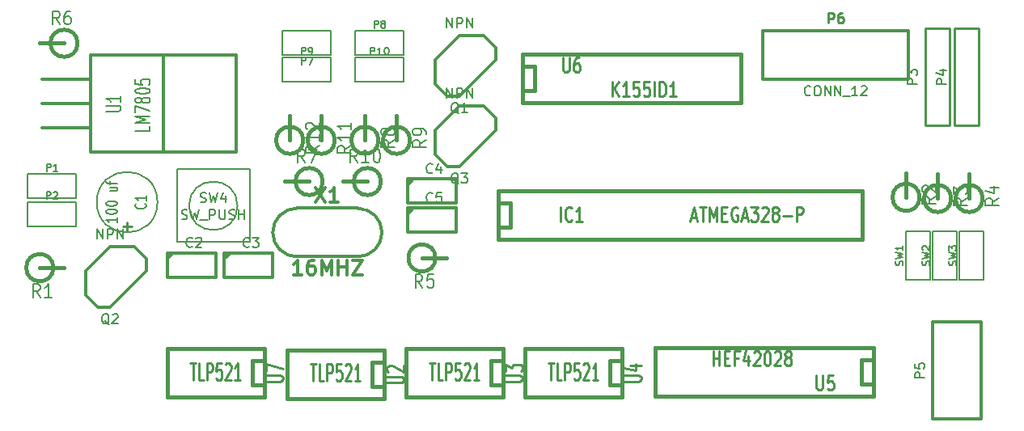
<source format=gto>
G04 (created by PCBNEW (2013-jul-07)-stable) date 2014年08月04日 (週一) 02時43分04秒*
%MOIN*%
G04 Gerber Fmt 3.4, Leading zero omitted, Abs format*
%FSLAX34Y34*%
G01*
G70*
G90*
G04 APERTURE LIST*
%ADD10C,0.00590551*%
%ADD11C,0.005*%
%ADD12C,0.012*%
%ADD13C,0.015*%
%ADD14C,0.006*%
%ADD15C,0.01*%
%ADD16C,0.0125*%
%ADD17C,0.008*%
%ADD18C,0.01125*%
%ADD19C,0.0108*%
G04 APERTURE END LIST*
G54D10*
G54D11*
X44950Y-39650D02*
G75*
G03X44950Y-39650I-1250J0D01*
G74*
G01*
G54D12*
X45370Y-41750D02*
X47350Y-41750D01*
X47350Y-41750D02*
X47350Y-42750D01*
X47350Y-42750D02*
X45350Y-42750D01*
X45350Y-42750D02*
X45350Y-41750D01*
X45350Y-42000D02*
X45600Y-41750D01*
X47720Y-41750D02*
X49700Y-41750D01*
X49700Y-41750D02*
X49700Y-42750D01*
X49700Y-42750D02*
X47700Y-42750D01*
X47700Y-42750D02*
X47700Y-41750D01*
X47700Y-42000D02*
X47950Y-41750D01*
X55270Y-38700D02*
X57250Y-38700D01*
X57250Y-38700D02*
X57250Y-39700D01*
X57250Y-39700D02*
X55250Y-39700D01*
X55250Y-39700D02*
X55250Y-38700D01*
X55250Y-38950D02*
X55500Y-38700D01*
X55270Y-39900D02*
X57250Y-39900D01*
X57250Y-39900D02*
X57250Y-40900D01*
X57250Y-40900D02*
X55250Y-40900D01*
X55250Y-40900D02*
X55250Y-39900D01*
X55250Y-40150D02*
X55500Y-39900D01*
G54D13*
X59000Y-39200D02*
X74000Y-39200D01*
X74000Y-39200D02*
X74000Y-41200D01*
X74000Y-41200D02*
X59000Y-41200D01*
X59000Y-41200D02*
X59000Y-39200D01*
X59000Y-39700D02*
X59500Y-39700D01*
X59500Y-39700D02*
X59500Y-40700D01*
X59500Y-40700D02*
X59000Y-40700D01*
G54D14*
X39600Y-39500D02*
X39600Y-38500D01*
X39600Y-38500D02*
X41600Y-38500D01*
X41600Y-38500D02*
X41600Y-39500D01*
X41600Y-39500D02*
X39600Y-39500D01*
X39600Y-40650D02*
X39600Y-39650D01*
X39600Y-39650D02*
X41600Y-39650D01*
X41600Y-39650D02*
X41600Y-40650D01*
X41600Y-40650D02*
X39600Y-40650D01*
G54D15*
X77600Y-32500D02*
X77600Y-36500D01*
X76600Y-32500D02*
X76600Y-36500D01*
X76600Y-36500D02*
X77600Y-36500D01*
X77600Y-32500D02*
X76600Y-32500D01*
X78800Y-32500D02*
X78800Y-36500D01*
X77800Y-32500D02*
X77800Y-36500D01*
X77800Y-36500D02*
X78800Y-36500D01*
X78800Y-32500D02*
X77800Y-32500D01*
G54D12*
X76900Y-48600D02*
X76900Y-44600D01*
X76900Y-44600D02*
X78900Y-44600D01*
X78900Y-44600D02*
X78900Y-48600D01*
X78900Y-48600D02*
X76900Y-48600D01*
X69900Y-32600D02*
X75900Y-32600D01*
X75900Y-32600D02*
X75900Y-34600D01*
X75900Y-34600D02*
X69900Y-34600D01*
X69900Y-34600D02*
X69900Y-32600D01*
G54D14*
X52100Y-32600D02*
X52100Y-33600D01*
X52100Y-33600D02*
X50100Y-33600D01*
X50100Y-33600D02*
X50100Y-32600D01*
X50100Y-32600D02*
X52100Y-32600D01*
X53100Y-33600D02*
X53100Y-32600D01*
X53100Y-32600D02*
X55100Y-32600D01*
X55100Y-32600D02*
X55100Y-33600D01*
X55100Y-33600D02*
X53100Y-33600D01*
G54D13*
X40100Y-42350D02*
X41100Y-42350D01*
X40659Y-42350D02*
G75*
G03X40659Y-42350I-559J0D01*
G74*
G01*
X75800Y-39450D02*
X75800Y-38450D01*
X76359Y-39450D02*
G75*
G03X76359Y-39450I-559J0D01*
G74*
G01*
X77100Y-39500D02*
X77100Y-38500D01*
X77659Y-39500D02*
G75*
G03X77659Y-39500I-559J0D01*
G74*
G01*
X78400Y-39500D02*
X78400Y-38500D01*
X78959Y-39500D02*
G75*
G03X78959Y-39500I-559J0D01*
G74*
G01*
X55850Y-41950D02*
X56850Y-41950D01*
X56409Y-41950D02*
G75*
G03X56409Y-41950I-559J0D01*
G74*
G01*
X41100Y-33100D02*
X40100Y-33100D01*
X41659Y-33100D02*
G75*
G03X41659Y-33100I-559J0D01*
G74*
G01*
X51200Y-38800D02*
X50200Y-38800D01*
X51759Y-38800D02*
G75*
G03X51759Y-38800I-559J0D01*
G74*
G01*
X53500Y-37100D02*
X53500Y-36100D01*
X54059Y-37100D02*
G75*
G03X54059Y-37100I-559J0D01*
G74*
G01*
X54800Y-37100D02*
X54800Y-36100D01*
X55359Y-37100D02*
G75*
G03X55359Y-37100I-559J0D01*
G74*
G01*
X53600Y-38800D02*
X52600Y-38800D01*
X54159Y-38800D02*
G75*
G03X54159Y-38800I-559J0D01*
G74*
G01*
G54D14*
X76800Y-42850D02*
X75800Y-42850D01*
X75800Y-42850D02*
X75800Y-40850D01*
X75800Y-40850D02*
X76800Y-40850D01*
X76800Y-40850D02*
X76800Y-42850D01*
X77900Y-42850D02*
X76900Y-42850D01*
X76900Y-42850D02*
X76900Y-40850D01*
X76900Y-40850D02*
X77900Y-40850D01*
X77900Y-40850D02*
X77900Y-42850D01*
X79000Y-42850D02*
X78000Y-42850D01*
X78000Y-42850D02*
X78000Y-40850D01*
X78000Y-40850D02*
X79000Y-40850D01*
X79000Y-40850D02*
X79000Y-42850D01*
G54D11*
X48250Y-39800D02*
G75*
G03X48250Y-39800I-1000J0D01*
G74*
G01*
X45750Y-38300D02*
X48750Y-38300D01*
X48750Y-38300D02*
X48750Y-41300D01*
X48750Y-41300D02*
X45750Y-41300D01*
X45750Y-38300D02*
X45750Y-41300D01*
G54D12*
X40200Y-34600D02*
X42200Y-34600D01*
X40200Y-35600D02*
X42200Y-35600D01*
X40200Y-36600D02*
X42200Y-36600D01*
X42200Y-34100D02*
X42200Y-37600D01*
X42200Y-37600D02*
X48200Y-37600D01*
X48200Y-37600D02*
X48200Y-33600D01*
X42200Y-34100D02*
X42200Y-33600D01*
X45200Y-37100D02*
X45200Y-33600D01*
X45200Y-37100D02*
X45200Y-37600D01*
X42200Y-33600D02*
X48200Y-33600D01*
G54D13*
X54300Y-47250D02*
X53800Y-47250D01*
X53800Y-47250D02*
X53800Y-46250D01*
X53800Y-46250D02*
X54300Y-46250D01*
X54300Y-47750D02*
X50300Y-47750D01*
X50300Y-47750D02*
X50300Y-45750D01*
X50300Y-45750D02*
X54300Y-45750D01*
X54300Y-45750D02*
X54300Y-47750D01*
X59200Y-47200D02*
X58700Y-47200D01*
X58700Y-47200D02*
X58700Y-46200D01*
X58700Y-46200D02*
X59200Y-46200D01*
X59200Y-47700D02*
X55200Y-47700D01*
X55200Y-47700D02*
X55200Y-45700D01*
X55200Y-45700D02*
X59200Y-45700D01*
X59200Y-45700D02*
X59200Y-47700D01*
X64100Y-47200D02*
X63600Y-47200D01*
X63600Y-47200D02*
X63600Y-46200D01*
X63600Y-46200D02*
X64100Y-46200D01*
X64100Y-47700D02*
X60100Y-47700D01*
X60100Y-47700D02*
X60100Y-45700D01*
X60100Y-45700D02*
X64100Y-45700D01*
X64100Y-45700D02*
X64100Y-47700D01*
X74450Y-47150D02*
X74450Y-47150D01*
X74450Y-47150D02*
X73950Y-47150D01*
X73950Y-47150D02*
X73950Y-46150D01*
X73950Y-46150D02*
X74450Y-46150D01*
X74450Y-47650D02*
X65450Y-47650D01*
X65450Y-47650D02*
X65450Y-45650D01*
X65450Y-45650D02*
X74450Y-45650D01*
X74450Y-45650D02*
X74450Y-47650D01*
X49350Y-47200D02*
X48850Y-47200D01*
X48850Y-47200D02*
X48850Y-46200D01*
X48850Y-46200D02*
X49350Y-46200D01*
X49350Y-47700D02*
X45350Y-47700D01*
X45350Y-47700D02*
X45350Y-45700D01*
X45350Y-45700D02*
X49350Y-45700D01*
X49350Y-45700D02*
X49350Y-47700D01*
G54D16*
X50700Y-41900D02*
X53200Y-41900D01*
X50700Y-39900D02*
X53200Y-39900D01*
X54200Y-40900D02*
G75*
G03X53200Y-39900I-1000J0D01*
G74*
G01*
X53200Y-41900D02*
G75*
G03X54200Y-40900I0J1000D01*
G74*
G01*
X50700Y-39900D02*
G75*
G03X49700Y-40900I0J-1000D01*
G74*
G01*
X49700Y-40900D02*
G75*
G03X50700Y-41900I1000J0D01*
G74*
G01*
G54D12*
X57400Y-35300D02*
X58900Y-33800D01*
X58900Y-33800D02*
X58900Y-33300D01*
X58900Y-33300D02*
X58400Y-32800D01*
X58400Y-32800D02*
X57400Y-32800D01*
X57400Y-32800D02*
X56400Y-33800D01*
X56400Y-33800D02*
X56400Y-34800D01*
X56400Y-34800D02*
X56900Y-35300D01*
X56900Y-35300D02*
X57400Y-35300D01*
X43000Y-44000D02*
X44500Y-42500D01*
X44500Y-42500D02*
X44500Y-42000D01*
X44500Y-42000D02*
X44000Y-41500D01*
X44000Y-41500D02*
X43000Y-41500D01*
X43000Y-41500D02*
X42000Y-42500D01*
X42000Y-42500D02*
X42000Y-43500D01*
X42000Y-43500D02*
X42500Y-44000D01*
X42500Y-44000D02*
X43000Y-44000D01*
X57400Y-38200D02*
X58900Y-36700D01*
X58900Y-36700D02*
X58900Y-36200D01*
X58900Y-36200D02*
X58400Y-35700D01*
X58400Y-35700D02*
X57400Y-35700D01*
X57400Y-35700D02*
X56400Y-36700D01*
X56400Y-36700D02*
X56400Y-37700D01*
X56400Y-37700D02*
X56900Y-38200D01*
X56900Y-38200D02*
X57400Y-38200D01*
G54D13*
X51700Y-37100D02*
X51700Y-36100D01*
X52259Y-37100D02*
G75*
G03X52259Y-37100I-559J0D01*
G74*
G01*
X50400Y-37100D02*
X50400Y-36100D01*
X50959Y-37100D02*
G75*
G03X50959Y-37100I-559J0D01*
G74*
G01*
X60000Y-34050D02*
X60000Y-34050D01*
X60000Y-34050D02*
X60500Y-34050D01*
X60500Y-34050D02*
X60500Y-35050D01*
X60500Y-35050D02*
X60000Y-35050D01*
X60000Y-33550D02*
X69000Y-33550D01*
X69000Y-33550D02*
X69000Y-35550D01*
X69000Y-35550D02*
X60000Y-35550D01*
X60000Y-35550D02*
X60000Y-33550D01*
G54D14*
X50100Y-34700D02*
X50100Y-33700D01*
X50100Y-33700D02*
X52100Y-33700D01*
X52100Y-33700D02*
X52100Y-34700D01*
X52100Y-34700D02*
X50100Y-34700D01*
X53100Y-34700D02*
X53100Y-33700D01*
X53100Y-33700D02*
X55100Y-33700D01*
X55100Y-33700D02*
X55100Y-34700D01*
X55100Y-34700D02*
X53100Y-34700D01*
G54D17*
X44439Y-39708D02*
X44460Y-39725D01*
X44482Y-39775D01*
X44482Y-39808D01*
X44460Y-39858D01*
X44417Y-39891D01*
X44375Y-39908D01*
X44289Y-39925D01*
X44225Y-39925D01*
X44139Y-39908D01*
X44096Y-39891D01*
X44053Y-39858D01*
X44032Y-39808D01*
X44032Y-39775D01*
X44053Y-39725D01*
X44075Y-39708D01*
X44482Y-39375D02*
X44482Y-39575D01*
X44482Y-39475D02*
X44032Y-39475D01*
X44096Y-39508D01*
X44139Y-39541D01*
X44160Y-39575D01*
X43282Y-40275D02*
X43282Y-40475D01*
X43282Y-40375D02*
X42832Y-40375D01*
X42896Y-40408D01*
X42939Y-40441D01*
X42960Y-40475D01*
X42832Y-40058D02*
X42832Y-40024D01*
X42853Y-39991D01*
X42875Y-39974D01*
X42917Y-39958D01*
X43003Y-39941D01*
X43110Y-39941D01*
X43196Y-39958D01*
X43239Y-39974D01*
X43260Y-39991D01*
X43282Y-40024D01*
X43282Y-40058D01*
X43260Y-40091D01*
X43239Y-40108D01*
X43196Y-40124D01*
X43110Y-40141D01*
X43003Y-40141D01*
X42917Y-40124D01*
X42875Y-40108D01*
X42853Y-40091D01*
X42832Y-40058D01*
X42832Y-39724D02*
X42832Y-39691D01*
X42853Y-39658D01*
X42875Y-39641D01*
X42917Y-39624D01*
X43003Y-39608D01*
X43110Y-39608D01*
X43196Y-39624D01*
X43239Y-39641D01*
X43260Y-39658D01*
X43282Y-39691D01*
X43282Y-39724D01*
X43260Y-39758D01*
X43239Y-39774D01*
X43196Y-39791D01*
X43110Y-39808D01*
X43003Y-39808D01*
X42917Y-39791D01*
X42875Y-39774D01*
X42853Y-39758D01*
X42832Y-39724D01*
X42982Y-39041D02*
X43282Y-39041D01*
X42982Y-39191D02*
X43217Y-39191D01*
X43260Y-39174D01*
X43282Y-39141D01*
X43282Y-39091D01*
X43260Y-39058D01*
X43239Y-39041D01*
X42982Y-38924D02*
X42982Y-38791D01*
X43282Y-38874D02*
X42896Y-38874D01*
X42853Y-38858D01*
X42832Y-38824D01*
X42832Y-38791D01*
G54D18*
X43710Y-40821D02*
X43710Y-40478D01*
X43882Y-40650D02*
X43539Y-40650D01*
G54D12*
G54D17*
X46383Y-41473D02*
X46364Y-41492D01*
X46307Y-41511D01*
X46269Y-41511D01*
X46211Y-41492D01*
X46173Y-41454D01*
X46154Y-41416D01*
X46135Y-41340D01*
X46135Y-41283D01*
X46154Y-41207D01*
X46173Y-41169D01*
X46211Y-41130D01*
X46269Y-41111D01*
X46307Y-41111D01*
X46364Y-41130D01*
X46383Y-41150D01*
X46535Y-41150D02*
X46554Y-41130D01*
X46592Y-41111D01*
X46688Y-41111D01*
X46726Y-41130D01*
X46745Y-41150D01*
X46764Y-41188D01*
X46764Y-41226D01*
X46745Y-41283D01*
X46516Y-41511D01*
X46764Y-41511D01*
X48733Y-41473D02*
X48714Y-41492D01*
X48657Y-41511D01*
X48619Y-41511D01*
X48561Y-41492D01*
X48523Y-41454D01*
X48504Y-41416D01*
X48485Y-41340D01*
X48485Y-41283D01*
X48504Y-41207D01*
X48523Y-41169D01*
X48561Y-41130D01*
X48619Y-41111D01*
X48657Y-41111D01*
X48714Y-41130D01*
X48733Y-41150D01*
X48866Y-41111D02*
X49114Y-41111D01*
X48980Y-41264D01*
X49038Y-41264D01*
X49076Y-41283D01*
X49095Y-41302D01*
X49114Y-41340D01*
X49114Y-41435D01*
X49095Y-41473D01*
X49076Y-41492D01*
X49038Y-41511D01*
X48923Y-41511D01*
X48885Y-41492D01*
X48866Y-41473D01*
X56283Y-38423D02*
X56264Y-38442D01*
X56207Y-38461D01*
X56169Y-38461D01*
X56111Y-38442D01*
X56073Y-38404D01*
X56054Y-38366D01*
X56035Y-38290D01*
X56035Y-38233D01*
X56054Y-38157D01*
X56073Y-38119D01*
X56111Y-38080D01*
X56169Y-38061D01*
X56207Y-38061D01*
X56264Y-38080D01*
X56283Y-38100D01*
X56626Y-38195D02*
X56626Y-38461D01*
X56530Y-38042D02*
X56435Y-38328D01*
X56683Y-38328D01*
X56283Y-39623D02*
X56264Y-39642D01*
X56207Y-39661D01*
X56169Y-39661D01*
X56111Y-39642D01*
X56073Y-39604D01*
X56054Y-39566D01*
X56035Y-39490D01*
X56035Y-39433D01*
X56054Y-39357D01*
X56073Y-39319D01*
X56111Y-39280D01*
X56169Y-39261D01*
X56207Y-39261D01*
X56264Y-39280D01*
X56283Y-39300D01*
X56645Y-39261D02*
X56454Y-39261D01*
X56435Y-39452D01*
X56454Y-39433D01*
X56492Y-39414D01*
X56588Y-39414D01*
X56626Y-39433D01*
X56645Y-39452D01*
X56664Y-39490D01*
X56664Y-39585D01*
X56645Y-39623D01*
X56626Y-39642D01*
X56588Y-39661D01*
X56492Y-39661D01*
X56454Y-39642D01*
X56435Y-39623D01*
G54D18*
X61560Y-40442D02*
X61560Y-39842D01*
X62032Y-40385D02*
X62010Y-40414D01*
X61946Y-40442D01*
X61903Y-40442D01*
X61839Y-40414D01*
X61796Y-40357D01*
X61775Y-40300D01*
X61753Y-40185D01*
X61753Y-40100D01*
X61775Y-39985D01*
X61796Y-39928D01*
X61839Y-39871D01*
X61903Y-39842D01*
X61946Y-39842D01*
X62010Y-39871D01*
X62032Y-39900D01*
X62460Y-40442D02*
X62203Y-40442D01*
X62332Y-40442D02*
X62332Y-39842D01*
X62289Y-39928D01*
X62246Y-39985D01*
X62203Y-40014D01*
G54D12*
G54D18*
X66946Y-40271D02*
X67160Y-40271D01*
X66903Y-40442D02*
X67053Y-39842D01*
X67203Y-40442D01*
X67289Y-39842D02*
X67546Y-39842D01*
X67417Y-40442D02*
X67417Y-39842D01*
X67696Y-40442D02*
X67696Y-39842D01*
X67846Y-40271D01*
X67996Y-39842D01*
X67996Y-40442D01*
X68210Y-40128D02*
X68360Y-40128D01*
X68425Y-40442D02*
X68210Y-40442D01*
X68210Y-39842D01*
X68425Y-39842D01*
X68853Y-39871D02*
X68810Y-39842D01*
X68746Y-39842D01*
X68682Y-39871D01*
X68639Y-39928D01*
X68617Y-39985D01*
X68596Y-40100D01*
X68596Y-40185D01*
X68617Y-40300D01*
X68639Y-40357D01*
X68682Y-40414D01*
X68746Y-40442D01*
X68789Y-40442D01*
X68853Y-40414D01*
X68875Y-40385D01*
X68875Y-40185D01*
X68789Y-40185D01*
X69046Y-40271D02*
X69260Y-40271D01*
X69003Y-40442D02*
X69153Y-39842D01*
X69303Y-40442D01*
X69410Y-39842D02*
X69689Y-39842D01*
X69539Y-40071D01*
X69603Y-40071D01*
X69646Y-40100D01*
X69667Y-40128D01*
X69689Y-40185D01*
X69689Y-40328D01*
X69667Y-40385D01*
X69646Y-40414D01*
X69603Y-40442D01*
X69475Y-40442D01*
X69432Y-40414D01*
X69410Y-40385D01*
X69860Y-39900D02*
X69882Y-39871D01*
X69925Y-39842D01*
X70032Y-39842D01*
X70075Y-39871D01*
X70096Y-39900D01*
X70117Y-39957D01*
X70117Y-40014D01*
X70096Y-40100D01*
X69839Y-40442D01*
X70117Y-40442D01*
X70375Y-40100D02*
X70332Y-40071D01*
X70310Y-40042D01*
X70289Y-39985D01*
X70289Y-39957D01*
X70310Y-39900D01*
X70332Y-39871D01*
X70375Y-39842D01*
X70460Y-39842D01*
X70503Y-39871D01*
X70525Y-39900D01*
X70546Y-39957D01*
X70546Y-39985D01*
X70525Y-40042D01*
X70503Y-40071D01*
X70460Y-40100D01*
X70375Y-40100D01*
X70332Y-40128D01*
X70310Y-40157D01*
X70289Y-40214D01*
X70289Y-40328D01*
X70310Y-40385D01*
X70332Y-40414D01*
X70375Y-40442D01*
X70460Y-40442D01*
X70503Y-40414D01*
X70525Y-40385D01*
X70546Y-40328D01*
X70546Y-40214D01*
X70525Y-40157D01*
X70503Y-40128D01*
X70460Y-40100D01*
X70739Y-40214D02*
X71082Y-40214D01*
X71296Y-40442D02*
X71296Y-39842D01*
X71467Y-39842D01*
X71510Y-39871D01*
X71532Y-39900D01*
X71553Y-39957D01*
X71553Y-40042D01*
X71532Y-40100D01*
X71510Y-40128D01*
X71467Y-40157D01*
X71296Y-40157D01*
G54D12*
G54D14*
X40378Y-38371D02*
X40378Y-38071D01*
X40492Y-38071D01*
X40521Y-38085D01*
X40535Y-38100D01*
X40550Y-38128D01*
X40550Y-38171D01*
X40535Y-38200D01*
X40521Y-38214D01*
X40492Y-38228D01*
X40378Y-38228D01*
X40835Y-38371D02*
X40664Y-38371D01*
X40750Y-38371D02*
X40750Y-38071D01*
X40721Y-38114D01*
X40692Y-38142D01*
X40664Y-38157D01*
X40378Y-39521D02*
X40378Y-39221D01*
X40492Y-39221D01*
X40521Y-39235D01*
X40535Y-39250D01*
X40550Y-39278D01*
X40550Y-39321D01*
X40535Y-39350D01*
X40521Y-39364D01*
X40492Y-39378D01*
X40378Y-39378D01*
X40664Y-39250D02*
X40678Y-39235D01*
X40707Y-39221D01*
X40778Y-39221D01*
X40807Y-39235D01*
X40821Y-39250D01*
X40835Y-39278D01*
X40835Y-39307D01*
X40821Y-39350D01*
X40650Y-39521D01*
X40835Y-39521D01*
G54D17*
X76261Y-34795D02*
X75861Y-34795D01*
X75861Y-34642D01*
X75880Y-34604D01*
X75900Y-34585D01*
X75938Y-34566D01*
X75995Y-34566D01*
X76033Y-34585D01*
X76052Y-34604D01*
X76071Y-34642D01*
X76071Y-34795D01*
X75861Y-34433D02*
X75861Y-34185D01*
X76014Y-34319D01*
X76014Y-34261D01*
X76033Y-34223D01*
X76052Y-34204D01*
X76090Y-34185D01*
X76185Y-34185D01*
X76223Y-34204D01*
X76242Y-34223D01*
X76261Y-34261D01*
X76261Y-34376D01*
X76242Y-34414D01*
X76223Y-34433D01*
X77461Y-34795D02*
X77061Y-34795D01*
X77061Y-34642D01*
X77080Y-34604D01*
X77100Y-34585D01*
X77138Y-34566D01*
X77195Y-34566D01*
X77233Y-34585D01*
X77252Y-34604D01*
X77271Y-34642D01*
X77271Y-34795D01*
X77195Y-34223D02*
X77461Y-34223D01*
X77042Y-34319D02*
X77328Y-34414D01*
X77328Y-34166D01*
X76561Y-46895D02*
X76161Y-46895D01*
X76161Y-46742D01*
X76180Y-46704D01*
X76200Y-46685D01*
X76238Y-46666D01*
X76295Y-46666D01*
X76333Y-46685D01*
X76352Y-46704D01*
X76371Y-46742D01*
X76371Y-46895D01*
X76161Y-46304D02*
X76161Y-46495D01*
X76352Y-46514D01*
X76333Y-46495D01*
X76314Y-46457D01*
X76314Y-46361D01*
X76333Y-46323D01*
X76352Y-46304D01*
X76390Y-46285D01*
X76485Y-46285D01*
X76523Y-46304D01*
X76542Y-46323D01*
X76561Y-46361D01*
X76561Y-46457D01*
X76542Y-46495D01*
X76523Y-46514D01*
G54D15*
X72604Y-32261D02*
X72604Y-31861D01*
X72757Y-31861D01*
X72795Y-31880D01*
X72814Y-31900D01*
X72833Y-31938D01*
X72833Y-31995D01*
X72814Y-32033D01*
X72795Y-32052D01*
X72757Y-32071D01*
X72604Y-32071D01*
X73176Y-31861D02*
X73100Y-31861D01*
X73061Y-31880D01*
X73042Y-31900D01*
X73004Y-31957D01*
X72985Y-32033D01*
X72985Y-32185D01*
X73004Y-32223D01*
X73023Y-32242D01*
X73061Y-32261D01*
X73138Y-32261D01*
X73176Y-32242D01*
X73195Y-32223D01*
X73214Y-32185D01*
X73214Y-32090D01*
X73195Y-32052D01*
X73176Y-32033D01*
X73138Y-32014D01*
X73061Y-32014D01*
X73023Y-32033D01*
X73004Y-32052D01*
X72985Y-32090D01*
G54D19*
G54D17*
X71861Y-35223D02*
X71842Y-35242D01*
X71785Y-35261D01*
X71747Y-35261D01*
X71690Y-35242D01*
X71652Y-35204D01*
X71633Y-35166D01*
X71614Y-35090D01*
X71614Y-35033D01*
X71633Y-34957D01*
X71652Y-34919D01*
X71690Y-34880D01*
X71747Y-34861D01*
X71785Y-34861D01*
X71842Y-34880D01*
X71861Y-34900D01*
X72109Y-34861D02*
X72185Y-34861D01*
X72223Y-34880D01*
X72261Y-34919D01*
X72280Y-34995D01*
X72280Y-35128D01*
X72261Y-35204D01*
X72223Y-35242D01*
X72185Y-35261D01*
X72109Y-35261D01*
X72071Y-35242D01*
X72033Y-35204D01*
X72014Y-35128D01*
X72014Y-34995D01*
X72033Y-34919D01*
X72071Y-34880D01*
X72109Y-34861D01*
X72452Y-35261D02*
X72452Y-34861D01*
X72680Y-35261D01*
X72680Y-34861D01*
X72871Y-35261D02*
X72871Y-34861D01*
X73100Y-35261D01*
X73100Y-34861D01*
X73195Y-35300D02*
X73500Y-35300D01*
X73804Y-35261D02*
X73576Y-35261D01*
X73690Y-35261D02*
X73690Y-34861D01*
X73652Y-34919D01*
X73614Y-34957D01*
X73576Y-34976D01*
X73957Y-34900D02*
X73976Y-34880D01*
X74014Y-34861D01*
X74109Y-34861D01*
X74147Y-34880D01*
X74166Y-34900D01*
X74185Y-34938D01*
X74185Y-34976D01*
X74166Y-35033D01*
X73938Y-35261D01*
X74185Y-35261D01*
G54D14*
X50878Y-33971D02*
X50878Y-33671D01*
X50992Y-33671D01*
X51021Y-33685D01*
X51035Y-33700D01*
X51050Y-33728D01*
X51050Y-33771D01*
X51035Y-33800D01*
X51021Y-33814D01*
X50992Y-33828D01*
X50878Y-33828D01*
X51150Y-33671D02*
X51350Y-33671D01*
X51221Y-33971D01*
X53878Y-32471D02*
X53878Y-32171D01*
X53992Y-32171D01*
X54021Y-32185D01*
X54035Y-32200D01*
X54050Y-32228D01*
X54050Y-32271D01*
X54035Y-32300D01*
X54021Y-32314D01*
X53992Y-32328D01*
X53878Y-32328D01*
X54221Y-32300D02*
X54192Y-32285D01*
X54178Y-32271D01*
X54164Y-32242D01*
X54164Y-32228D01*
X54178Y-32200D01*
X54192Y-32185D01*
X54221Y-32171D01*
X54278Y-32171D01*
X54307Y-32185D01*
X54321Y-32200D01*
X54335Y-32228D01*
X54335Y-32242D01*
X54321Y-32271D01*
X54307Y-32285D01*
X54278Y-32300D01*
X54221Y-32300D01*
X54192Y-32314D01*
X54178Y-32328D01*
X54164Y-32357D01*
X54164Y-32414D01*
X54178Y-32442D01*
X54192Y-32457D01*
X54221Y-32471D01*
X54278Y-32471D01*
X54307Y-32457D01*
X54321Y-32442D01*
X54335Y-32414D01*
X54335Y-32357D01*
X54321Y-32328D01*
X54307Y-32314D01*
X54278Y-32300D01*
G54D17*
X40116Y-43572D02*
X39950Y-43310D01*
X39830Y-43572D02*
X39830Y-43022D01*
X40021Y-43022D01*
X40069Y-43048D01*
X40092Y-43075D01*
X40116Y-43127D01*
X40116Y-43205D01*
X40092Y-43258D01*
X40069Y-43284D01*
X40021Y-43310D01*
X39830Y-43310D01*
X40592Y-43572D02*
X40307Y-43572D01*
X40450Y-43572D02*
X40450Y-43022D01*
X40402Y-43101D01*
X40354Y-43153D01*
X40307Y-43179D01*
X77022Y-39433D02*
X76760Y-39600D01*
X77022Y-39719D02*
X76472Y-39719D01*
X76472Y-39528D01*
X76498Y-39480D01*
X76525Y-39457D01*
X76577Y-39433D01*
X76655Y-39433D01*
X76708Y-39457D01*
X76734Y-39480D01*
X76760Y-39528D01*
X76760Y-39719D01*
X76525Y-39242D02*
X76498Y-39219D01*
X76472Y-39171D01*
X76472Y-39052D01*
X76498Y-39004D01*
X76525Y-38980D01*
X76577Y-38957D01*
X76629Y-38957D01*
X76708Y-38980D01*
X77022Y-39266D01*
X77022Y-38957D01*
X78322Y-39483D02*
X78060Y-39650D01*
X78322Y-39769D02*
X77772Y-39769D01*
X77772Y-39578D01*
X77798Y-39530D01*
X77825Y-39507D01*
X77877Y-39483D01*
X77955Y-39483D01*
X78008Y-39507D01*
X78034Y-39530D01*
X78060Y-39578D01*
X78060Y-39769D01*
X77772Y-39316D02*
X77772Y-39007D01*
X77982Y-39173D01*
X77982Y-39102D01*
X78008Y-39054D01*
X78034Y-39030D01*
X78086Y-39007D01*
X78217Y-39007D01*
X78270Y-39030D01*
X78296Y-39054D01*
X78322Y-39102D01*
X78322Y-39245D01*
X78296Y-39292D01*
X78270Y-39316D01*
X79622Y-39483D02*
X79360Y-39650D01*
X79622Y-39769D02*
X79072Y-39769D01*
X79072Y-39578D01*
X79098Y-39530D01*
X79125Y-39507D01*
X79177Y-39483D01*
X79255Y-39483D01*
X79308Y-39507D01*
X79334Y-39530D01*
X79360Y-39578D01*
X79360Y-39769D01*
X79255Y-39054D02*
X79622Y-39054D01*
X79046Y-39173D02*
X79439Y-39292D01*
X79439Y-38983D01*
X55866Y-43172D02*
X55700Y-42910D01*
X55580Y-43172D02*
X55580Y-42622D01*
X55771Y-42622D01*
X55819Y-42648D01*
X55842Y-42675D01*
X55866Y-42727D01*
X55866Y-42805D01*
X55842Y-42858D01*
X55819Y-42884D01*
X55771Y-42910D01*
X55580Y-42910D01*
X56319Y-42622D02*
X56080Y-42622D01*
X56057Y-42884D01*
X56080Y-42858D01*
X56128Y-42832D01*
X56247Y-42832D01*
X56295Y-42858D01*
X56319Y-42884D01*
X56342Y-42936D01*
X56342Y-43067D01*
X56319Y-43120D01*
X56295Y-43146D01*
X56247Y-43172D01*
X56128Y-43172D01*
X56080Y-43146D01*
X56057Y-43120D01*
X40916Y-32322D02*
X40750Y-32060D01*
X40630Y-32322D02*
X40630Y-31772D01*
X40821Y-31772D01*
X40869Y-31798D01*
X40892Y-31825D01*
X40916Y-31877D01*
X40916Y-31955D01*
X40892Y-32008D01*
X40869Y-32034D01*
X40821Y-32060D01*
X40630Y-32060D01*
X41345Y-31772D02*
X41250Y-31772D01*
X41202Y-31798D01*
X41178Y-31825D01*
X41130Y-31903D01*
X41107Y-32008D01*
X41107Y-32217D01*
X41130Y-32270D01*
X41154Y-32296D01*
X41202Y-32322D01*
X41297Y-32322D01*
X41345Y-32296D01*
X41369Y-32270D01*
X41392Y-32217D01*
X41392Y-32086D01*
X41369Y-32034D01*
X41345Y-32008D01*
X41297Y-31982D01*
X41202Y-31982D01*
X41154Y-32008D01*
X41130Y-32034D01*
X41107Y-32086D01*
X51016Y-38022D02*
X50850Y-37760D01*
X50730Y-38022D02*
X50730Y-37472D01*
X50921Y-37472D01*
X50969Y-37498D01*
X50992Y-37525D01*
X51016Y-37577D01*
X51016Y-37655D01*
X50992Y-37708D01*
X50969Y-37734D01*
X50921Y-37760D01*
X50730Y-37760D01*
X51183Y-37472D02*
X51516Y-37472D01*
X51302Y-38022D01*
X54722Y-37083D02*
X54460Y-37250D01*
X54722Y-37369D02*
X54172Y-37369D01*
X54172Y-37178D01*
X54198Y-37130D01*
X54225Y-37107D01*
X54277Y-37083D01*
X54355Y-37083D01*
X54408Y-37107D01*
X54434Y-37130D01*
X54460Y-37178D01*
X54460Y-37369D01*
X54408Y-36797D02*
X54382Y-36845D01*
X54355Y-36869D01*
X54303Y-36892D01*
X54277Y-36892D01*
X54225Y-36869D01*
X54198Y-36845D01*
X54172Y-36797D01*
X54172Y-36702D01*
X54198Y-36654D01*
X54225Y-36630D01*
X54277Y-36607D01*
X54303Y-36607D01*
X54355Y-36630D01*
X54382Y-36654D01*
X54408Y-36702D01*
X54408Y-36797D01*
X54434Y-36845D01*
X54460Y-36869D01*
X54513Y-36892D01*
X54617Y-36892D01*
X54670Y-36869D01*
X54696Y-36845D01*
X54722Y-36797D01*
X54722Y-36702D01*
X54696Y-36654D01*
X54670Y-36630D01*
X54617Y-36607D01*
X54513Y-36607D01*
X54460Y-36630D01*
X54434Y-36654D01*
X54408Y-36702D01*
X56022Y-37083D02*
X55760Y-37250D01*
X56022Y-37369D02*
X55472Y-37369D01*
X55472Y-37178D01*
X55498Y-37130D01*
X55525Y-37107D01*
X55577Y-37083D01*
X55655Y-37083D01*
X55708Y-37107D01*
X55734Y-37130D01*
X55760Y-37178D01*
X55760Y-37369D01*
X56022Y-36845D02*
X56022Y-36750D01*
X55996Y-36702D01*
X55970Y-36678D01*
X55891Y-36630D01*
X55786Y-36607D01*
X55577Y-36607D01*
X55525Y-36630D01*
X55498Y-36654D01*
X55472Y-36702D01*
X55472Y-36797D01*
X55498Y-36845D01*
X55525Y-36869D01*
X55577Y-36892D01*
X55708Y-36892D01*
X55760Y-36869D01*
X55786Y-36845D01*
X55813Y-36797D01*
X55813Y-36702D01*
X55786Y-36654D01*
X55760Y-36630D01*
X55708Y-36607D01*
X53178Y-38022D02*
X53011Y-37760D01*
X52892Y-38022D02*
X52892Y-37472D01*
X53083Y-37472D01*
X53130Y-37498D01*
X53154Y-37525D01*
X53178Y-37577D01*
X53178Y-37655D01*
X53154Y-37708D01*
X53130Y-37734D01*
X53083Y-37760D01*
X52892Y-37760D01*
X53654Y-38022D02*
X53369Y-38022D01*
X53511Y-38022D02*
X53511Y-37472D01*
X53464Y-37551D01*
X53416Y-37603D01*
X53369Y-37629D01*
X53964Y-37472D02*
X54011Y-37472D01*
X54059Y-37498D01*
X54083Y-37525D01*
X54107Y-37577D01*
X54130Y-37682D01*
X54130Y-37813D01*
X54107Y-37917D01*
X54083Y-37970D01*
X54059Y-37996D01*
X54011Y-38022D01*
X53964Y-38022D01*
X53916Y-37996D01*
X53892Y-37970D01*
X53869Y-37917D01*
X53845Y-37813D01*
X53845Y-37682D01*
X53869Y-37577D01*
X53892Y-37525D01*
X53916Y-37498D01*
X53964Y-37472D01*
G54D14*
X75657Y-42249D02*
X75671Y-42207D01*
X75671Y-42135D01*
X75657Y-42107D01*
X75642Y-42092D01*
X75614Y-42078D01*
X75585Y-42078D01*
X75557Y-42092D01*
X75542Y-42107D01*
X75528Y-42135D01*
X75514Y-42192D01*
X75500Y-42221D01*
X75485Y-42235D01*
X75457Y-42249D01*
X75428Y-42249D01*
X75400Y-42235D01*
X75385Y-42221D01*
X75371Y-42192D01*
X75371Y-42121D01*
X75385Y-42078D01*
X75371Y-41978D02*
X75671Y-41907D01*
X75457Y-41849D01*
X75671Y-41792D01*
X75371Y-41721D01*
X75671Y-41450D02*
X75671Y-41621D01*
X75671Y-41535D02*
X75371Y-41535D01*
X75414Y-41564D01*
X75442Y-41592D01*
X75457Y-41621D01*
X76757Y-42249D02*
X76771Y-42207D01*
X76771Y-42135D01*
X76757Y-42107D01*
X76742Y-42092D01*
X76714Y-42078D01*
X76685Y-42078D01*
X76657Y-42092D01*
X76642Y-42107D01*
X76628Y-42135D01*
X76614Y-42192D01*
X76600Y-42221D01*
X76585Y-42235D01*
X76557Y-42249D01*
X76528Y-42249D01*
X76500Y-42235D01*
X76485Y-42221D01*
X76471Y-42192D01*
X76471Y-42121D01*
X76485Y-42078D01*
X76471Y-41978D02*
X76771Y-41907D01*
X76557Y-41849D01*
X76771Y-41792D01*
X76471Y-41721D01*
X76500Y-41621D02*
X76485Y-41607D01*
X76471Y-41578D01*
X76471Y-41507D01*
X76485Y-41478D01*
X76500Y-41464D01*
X76528Y-41450D01*
X76557Y-41450D01*
X76600Y-41464D01*
X76771Y-41635D01*
X76771Y-41450D01*
X77857Y-42249D02*
X77871Y-42207D01*
X77871Y-42135D01*
X77857Y-42107D01*
X77842Y-42092D01*
X77814Y-42078D01*
X77785Y-42078D01*
X77757Y-42092D01*
X77742Y-42107D01*
X77728Y-42135D01*
X77714Y-42192D01*
X77700Y-42221D01*
X77685Y-42235D01*
X77657Y-42249D01*
X77628Y-42249D01*
X77600Y-42235D01*
X77585Y-42221D01*
X77571Y-42192D01*
X77571Y-42121D01*
X77585Y-42078D01*
X77571Y-41978D02*
X77871Y-41907D01*
X77657Y-41849D01*
X77871Y-41792D01*
X77571Y-41721D01*
X77571Y-41635D02*
X77571Y-41450D01*
X77685Y-41550D01*
X77685Y-41507D01*
X77700Y-41478D01*
X77714Y-41464D01*
X77742Y-41450D01*
X77814Y-41450D01*
X77842Y-41464D01*
X77857Y-41478D01*
X77871Y-41507D01*
X77871Y-41592D01*
X77857Y-41621D01*
X77842Y-41635D01*
G54D17*
X46716Y-39642D02*
X46773Y-39661D01*
X46869Y-39661D01*
X46907Y-39642D01*
X46926Y-39623D01*
X46945Y-39585D01*
X46945Y-39547D01*
X46926Y-39509D01*
X46907Y-39490D01*
X46869Y-39471D01*
X46792Y-39452D01*
X46754Y-39433D01*
X46735Y-39414D01*
X46716Y-39376D01*
X46716Y-39338D01*
X46735Y-39300D01*
X46754Y-39280D01*
X46792Y-39261D01*
X46888Y-39261D01*
X46945Y-39280D01*
X47078Y-39261D02*
X47173Y-39661D01*
X47250Y-39376D01*
X47326Y-39661D01*
X47421Y-39261D01*
X47745Y-39395D02*
X47745Y-39661D01*
X47650Y-39242D02*
X47554Y-39528D01*
X47802Y-39528D01*
X45945Y-40342D02*
X46002Y-40361D01*
X46097Y-40361D01*
X46135Y-40342D01*
X46154Y-40323D01*
X46173Y-40285D01*
X46173Y-40247D01*
X46154Y-40209D01*
X46135Y-40190D01*
X46097Y-40171D01*
X46021Y-40152D01*
X45983Y-40133D01*
X45964Y-40114D01*
X45945Y-40076D01*
X45945Y-40038D01*
X45964Y-40000D01*
X45983Y-39980D01*
X46021Y-39961D01*
X46116Y-39961D01*
X46173Y-39980D01*
X46307Y-39961D02*
X46402Y-40361D01*
X46478Y-40076D01*
X46554Y-40361D01*
X46650Y-39961D01*
X46707Y-40400D02*
X47011Y-40400D01*
X47107Y-40361D02*
X47107Y-39961D01*
X47259Y-39961D01*
X47297Y-39980D01*
X47316Y-40000D01*
X47335Y-40038D01*
X47335Y-40095D01*
X47316Y-40133D01*
X47297Y-40152D01*
X47259Y-40171D01*
X47107Y-40171D01*
X47507Y-39961D02*
X47507Y-40285D01*
X47526Y-40323D01*
X47545Y-40342D01*
X47583Y-40361D01*
X47659Y-40361D01*
X47697Y-40342D01*
X47716Y-40323D01*
X47735Y-40285D01*
X47735Y-39961D01*
X47907Y-40342D02*
X47964Y-40361D01*
X48059Y-40361D01*
X48097Y-40342D01*
X48116Y-40323D01*
X48135Y-40285D01*
X48135Y-40247D01*
X48116Y-40209D01*
X48097Y-40190D01*
X48059Y-40171D01*
X47983Y-40152D01*
X47945Y-40133D01*
X47926Y-40114D01*
X47907Y-40076D01*
X47907Y-40038D01*
X47926Y-40000D01*
X47945Y-39980D01*
X47983Y-39961D01*
X48078Y-39961D01*
X48135Y-39980D01*
X48307Y-40361D02*
X48307Y-39961D01*
X48307Y-40152D02*
X48535Y-40152D01*
X48535Y-40361D02*
X48535Y-39961D01*
X42842Y-35904D02*
X43328Y-35904D01*
X43385Y-35885D01*
X43414Y-35866D01*
X43442Y-35828D01*
X43442Y-35752D01*
X43414Y-35714D01*
X43385Y-35695D01*
X43328Y-35676D01*
X42842Y-35676D01*
X43442Y-35276D02*
X43442Y-35504D01*
X43442Y-35390D02*
X42842Y-35390D01*
X42928Y-35428D01*
X42985Y-35466D01*
X43014Y-35504D01*
X44642Y-36516D02*
X44642Y-36707D01*
X44042Y-36707D01*
X44642Y-36383D02*
X44042Y-36383D01*
X44471Y-36250D01*
X44042Y-36116D01*
X44642Y-36116D01*
X44042Y-35964D02*
X44042Y-35697D01*
X44642Y-35869D01*
X44300Y-35488D02*
X44271Y-35526D01*
X44242Y-35545D01*
X44185Y-35564D01*
X44157Y-35564D01*
X44100Y-35545D01*
X44071Y-35526D01*
X44042Y-35488D01*
X44042Y-35411D01*
X44071Y-35373D01*
X44100Y-35354D01*
X44157Y-35335D01*
X44185Y-35335D01*
X44242Y-35354D01*
X44271Y-35373D01*
X44300Y-35411D01*
X44300Y-35488D01*
X44328Y-35526D01*
X44357Y-35545D01*
X44414Y-35564D01*
X44528Y-35564D01*
X44585Y-35545D01*
X44614Y-35526D01*
X44642Y-35488D01*
X44642Y-35411D01*
X44614Y-35373D01*
X44585Y-35354D01*
X44528Y-35335D01*
X44414Y-35335D01*
X44357Y-35354D01*
X44328Y-35373D01*
X44300Y-35411D01*
X44042Y-35088D02*
X44042Y-35050D01*
X44071Y-35011D01*
X44100Y-34992D01*
X44157Y-34973D01*
X44271Y-34954D01*
X44414Y-34954D01*
X44528Y-34973D01*
X44585Y-34992D01*
X44614Y-35011D01*
X44642Y-35050D01*
X44642Y-35088D01*
X44614Y-35126D01*
X44585Y-35145D01*
X44528Y-35164D01*
X44414Y-35183D01*
X44271Y-35183D01*
X44157Y-35164D01*
X44100Y-35145D01*
X44071Y-35126D01*
X44042Y-35088D01*
X44042Y-34592D02*
X44042Y-34783D01*
X44328Y-34802D01*
X44300Y-34783D01*
X44271Y-34745D01*
X44271Y-34650D01*
X44300Y-34611D01*
X44328Y-34592D01*
X44385Y-34573D01*
X44528Y-34573D01*
X44585Y-34592D01*
X44614Y-34611D01*
X44642Y-34650D01*
X44642Y-34745D01*
X44614Y-34783D01*
X44585Y-34802D01*
G54D18*
X54383Y-47092D02*
X54950Y-47092D01*
X55016Y-47071D01*
X55050Y-47050D01*
X55083Y-47007D01*
X55083Y-46921D01*
X55050Y-46878D01*
X55016Y-46857D01*
X54950Y-46835D01*
X54383Y-46835D01*
X54450Y-46642D02*
X54416Y-46621D01*
X54383Y-46578D01*
X54383Y-46471D01*
X54416Y-46428D01*
X54450Y-46407D01*
X54516Y-46385D01*
X54583Y-46385D01*
X54683Y-46407D01*
X55083Y-46664D01*
X55083Y-46385D01*
G54D12*
G54D15*
X51252Y-46333D02*
X51480Y-46333D01*
X51366Y-47033D02*
X51366Y-46333D01*
X51804Y-47033D02*
X51614Y-47033D01*
X51614Y-46333D01*
X51938Y-47033D02*
X51938Y-46333D01*
X52090Y-46333D01*
X52128Y-46366D01*
X52147Y-46400D01*
X52166Y-46466D01*
X52166Y-46566D01*
X52147Y-46633D01*
X52128Y-46666D01*
X52090Y-46700D01*
X51938Y-46700D01*
X52528Y-46333D02*
X52338Y-46333D01*
X52319Y-46666D01*
X52338Y-46633D01*
X52376Y-46600D01*
X52471Y-46600D01*
X52509Y-46633D01*
X52528Y-46666D01*
X52547Y-46733D01*
X52547Y-46900D01*
X52528Y-46966D01*
X52509Y-47000D01*
X52471Y-47033D01*
X52376Y-47033D01*
X52338Y-47000D01*
X52319Y-46966D01*
X52700Y-46400D02*
X52719Y-46366D01*
X52757Y-46333D01*
X52852Y-46333D01*
X52890Y-46366D01*
X52909Y-46400D01*
X52928Y-46466D01*
X52928Y-46533D01*
X52909Y-46633D01*
X52680Y-47033D01*
X52928Y-47033D01*
X53309Y-47033D02*
X53080Y-47033D01*
X53195Y-47033D02*
X53195Y-46333D01*
X53157Y-46433D01*
X53119Y-46500D01*
X53080Y-46533D01*
G54D12*
G54D18*
X59283Y-47042D02*
X59850Y-47042D01*
X59916Y-47021D01*
X59950Y-47000D01*
X59983Y-46957D01*
X59983Y-46871D01*
X59950Y-46828D01*
X59916Y-46807D01*
X59850Y-46785D01*
X59283Y-46785D01*
X59283Y-46614D02*
X59283Y-46335D01*
X59550Y-46485D01*
X59550Y-46421D01*
X59583Y-46378D01*
X59616Y-46357D01*
X59683Y-46335D01*
X59850Y-46335D01*
X59916Y-46357D01*
X59950Y-46378D01*
X59983Y-46421D01*
X59983Y-46550D01*
X59950Y-46592D01*
X59916Y-46614D01*
G54D12*
G54D15*
X56152Y-46283D02*
X56380Y-46283D01*
X56266Y-46983D02*
X56266Y-46283D01*
X56704Y-46983D02*
X56514Y-46983D01*
X56514Y-46283D01*
X56838Y-46983D02*
X56838Y-46283D01*
X56990Y-46283D01*
X57028Y-46316D01*
X57047Y-46350D01*
X57066Y-46416D01*
X57066Y-46516D01*
X57047Y-46583D01*
X57028Y-46616D01*
X56990Y-46650D01*
X56838Y-46650D01*
X57428Y-46283D02*
X57238Y-46283D01*
X57219Y-46616D01*
X57238Y-46583D01*
X57276Y-46550D01*
X57371Y-46550D01*
X57409Y-46583D01*
X57428Y-46616D01*
X57447Y-46683D01*
X57447Y-46850D01*
X57428Y-46916D01*
X57409Y-46950D01*
X57371Y-46983D01*
X57276Y-46983D01*
X57238Y-46950D01*
X57219Y-46916D01*
X57600Y-46350D02*
X57619Y-46316D01*
X57657Y-46283D01*
X57752Y-46283D01*
X57790Y-46316D01*
X57809Y-46350D01*
X57828Y-46416D01*
X57828Y-46483D01*
X57809Y-46583D01*
X57580Y-46983D01*
X57828Y-46983D01*
X58209Y-46983D02*
X57980Y-46983D01*
X58095Y-46983D02*
X58095Y-46283D01*
X58057Y-46383D01*
X58019Y-46450D01*
X57980Y-46483D01*
G54D12*
G54D18*
X64183Y-47042D02*
X64750Y-47042D01*
X64816Y-47021D01*
X64850Y-47000D01*
X64883Y-46957D01*
X64883Y-46871D01*
X64850Y-46828D01*
X64816Y-46807D01*
X64750Y-46785D01*
X64183Y-46785D01*
X64416Y-46378D02*
X64883Y-46378D01*
X64150Y-46485D02*
X64650Y-46592D01*
X64650Y-46314D01*
G54D12*
G54D15*
X61052Y-46283D02*
X61280Y-46283D01*
X61166Y-46983D02*
X61166Y-46283D01*
X61604Y-46983D02*
X61414Y-46983D01*
X61414Y-46283D01*
X61738Y-46983D02*
X61738Y-46283D01*
X61890Y-46283D01*
X61928Y-46316D01*
X61947Y-46350D01*
X61966Y-46416D01*
X61966Y-46516D01*
X61947Y-46583D01*
X61928Y-46616D01*
X61890Y-46650D01*
X61738Y-46650D01*
X62328Y-46283D02*
X62138Y-46283D01*
X62119Y-46616D01*
X62138Y-46583D01*
X62176Y-46550D01*
X62271Y-46550D01*
X62309Y-46583D01*
X62328Y-46616D01*
X62347Y-46683D01*
X62347Y-46850D01*
X62328Y-46916D01*
X62309Y-46950D01*
X62271Y-46983D01*
X62176Y-46983D01*
X62138Y-46950D01*
X62119Y-46916D01*
X62500Y-46350D02*
X62519Y-46316D01*
X62557Y-46283D01*
X62652Y-46283D01*
X62690Y-46316D01*
X62709Y-46350D01*
X62728Y-46416D01*
X62728Y-46483D01*
X62709Y-46583D01*
X62480Y-46983D01*
X62728Y-46983D01*
X63109Y-46983D02*
X62880Y-46983D01*
X62995Y-46983D02*
X62995Y-46283D01*
X62957Y-46383D01*
X62919Y-46450D01*
X62880Y-46483D01*
G54D12*
G54D18*
X72107Y-46792D02*
X72107Y-47278D01*
X72128Y-47335D01*
X72150Y-47364D01*
X72192Y-47392D01*
X72278Y-47392D01*
X72321Y-47364D01*
X72342Y-47335D01*
X72364Y-47278D01*
X72364Y-46792D01*
X72792Y-46792D02*
X72578Y-46792D01*
X72557Y-47078D01*
X72578Y-47050D01*
X72621Y-47021D01*
X72728Y-47021D01*
X72771Y-47050D01*
X72792Y-47078D01*
X72814Y-47135D01*
X72814Y-47278D01*
X72792Y-47335D01*
X72771Y-47364D01*
X72728Y-47392D01*
X72621Y-47392D01*
X72578Y-47364D01*
X72557Y-47335D01*
G54D12*
G54D18*
X67853Y-46392D02*
X67853Y-45792D01*
X67853Y-46078D02*
X68110Y-46078D01*
X68110Y-46392D02*
X68110Y-45792D01*
X68325Y-46078D02*
X68475Y-46078D01*
X68539Y-46392D02*
X68325Y-46392D01*
X68325Y-45792D01*
X68539Y-45792D01*
X68882Y-46078D02*
X68732Y-46078D01*
X68732Y-46392D02*
X68732Y-45792D01*
X68946Y-45792D01*
X69310Y-45992D02*
X69310Y-46392D01*
X69203Y-45764D02*
X69096Y-46192D01*
X69375Y-46192D01*
X69525Y-45850D02*
X69546Y-45821D01*
X69589Y-45792D01*
X69696Y-45792D01*
X69739Y-45821D01*
X69760Y-45850D01*
X69782Y-45907D01*
X69782Y-45964D01*
X69760Y-46050D01*
X69503Y-46392D01*
X69782Y-46392D01*
X70060Y-45792D02*
X70103Y-45792D01*
X70146Y-45821D01*
X70167Y-45850D01*
X70189Y-45907D01*
X70210Y-46021D01*
X70210Y-46164D01*
X70189Y-46278D01*
X70167Y-46335D01*
X70146Y-46364D01*
X70103Y-46392D01*
X70060Y-46392D01*
X70017Y-46364D01*
X69996Y-46335D01*
X69975Y-46278D01*
X69953Y-46164D01*
X69953Y-46021D01*
X69975Y-45907D01*
X69996Y-45850D01*
X70017Y-45821D01*
X70060Y-45792D01*
X70382Y-45850D02*
X70403Y-45821D01*
X70446Y-45792D01*
X70553Y-45792D01*
X70596Y-45821D01*
X70617Y-45850D01*
X70639Y-45907D01*
X70639Y-45964D01*
X70617Y-46050D01*
X70360Y-46392D01*
X70639Y-46392D01*
X70896Y-46050D02*
X70853Y-46021D01*
X70832Y-45992D01*
X70810Y-45935D01*
X70810Y-45907D01*
X70832Y-45850D01*
X70853Y-45821D01*
X70896Y-45792D01*
X70982Y-45792D01*
X71025Y-45821D01*
X71046Y-45850D01*
X71067Y-45907D01*
X71067Y-45935D01*
X71046Y-45992D01*
X71025Y-46021D01*
X70982Y-46050D01*
X70896Y-46050D01*
X70853Y-46078D01*
X70832Y-46107D01*
X70810Y-46164D01*
X70810Y-46278D01*
X70832Y-46335D01*
X70853Y-46364D01*
X70896Y-46392D01*
X70982Y-46392D01*
X71025Y-46364D01*
X71046Y-46335D01*
X71067Y-46278D01*
X71067Y-46164D01*
X71046Y-46107D01*
X71025Y-46078D01*
X70982Y-46050D01*
G54D12*
G54D18*
X49433Y-47042D02*
X50000Y-47042D01*
X50066Y-47021D01*
X50100Y-47000D01*
X50133Y-46957D01*
X50133Y-46871D01*
X50100Y-46828D01*
X50066Y-46807D01*
X50000Y-46785D01*
X49433Y-46785D01*
X49433Y-46614D02*
X49433Y-46314D01*
X50133Y-46507D01*
G54D12*
G54D15*
X46302Y-46283D02*
X46530Y-46283D01*
X46416Y-46983D02*
X46416Y-46283D01*
X46854Y-46983D02*
X46664Y-46983D01*
X46664Y-46283D01*
X46988Y-46983D02*
X46988Y-46283D01*
X47140Y-46283D01*
X47178Y-46316D01*
X47197Y-46350D01*
X47216Y-46416D01*
X47216Y-46516D01*
X47197Y-46583D01*
X47178Y-46616D01*
X47140Y-46650D01*
X46988Y-46650D01*
X47578Y-46283D02*
X47388Y-46283D01*
X47369Y-46616D01*
X47388Y-46583D01*
X47426Y-46550D01*
X47521Y-46550D01*
X47559Y-46583D01*
X47578Y-46616D01*
X47597Y-46683D01*
X47597Y-46850D01*
X47578Y-46916D01*
X47559Y-46950D01*
X47521Y-46983D01*
X47426Y-46983D01*
X47388Y-46950D01*
X47369Y-46916D01*
X47750Y-46350D02*
X47769Y-46316D01*
X47807Y-46283D01*
X47902Y-46283D01*
X47940Y-46316D01*
X47959Y-46350D01*
X47978Y-46416D01*
X47978Y-46483D01*
X47959Y-46583D01*
X47730Y-46983D01*
X47978Y-46983D01*
X48359Y-46983D02*
X48130Y-46983D01*
X48245Y-46983D02*
X48245Y-46283D01*
X48207Y-46383D01*
X48169Y-46450D01*
X48130Y-46483D01*
G54D12*
X51464Y-39042D02*
X51864Y-39642D01*
X51864Y-39042D02*
X51464Y-39642D01*
X52407Y-39642D02*
X52064Y-39642D01*
X52235Y-39642D02*
X52235Y-39042D01*
X52178Y-39128D01*
X52121Y-39185D01*
X52064Y-39214D01*
X50892Y-42642D02*
X50550Y-42642D01*
X50721Y-42642D02*
X50721Y-42042D01*
X50664Y-42128D01*
X50607Y-42185D01*
X50550Y-42214D01*
X51407Y-42042D02*
X51292Y-42042D01*
X51235Y-42071D01*
X51207Y-42100D01*
X51150Y-42185D01*
X51121Y-42300D01*
X51121Y-42528D01*
X51150Y-42585D01*
X51178Y-42614D01*
X51235Y-42642D01*
X51350Y-42642D01*
X51407Y-42614D01*
X51435Y-42585D01*
X51464Y-42528D01*
X51464Y-42385D01*
X51435Y-42328D01*
X51407Y-42300D01*
X51350Y-42271D01*
X51235Y-42271D01*
X51178Y-42300D01*
X51150Y-42328D01*
X51121Y-42385D01*
X51721Y-42642D02*
X51721Y-42042D01*
X51921Y-42471D01*
X52121Y-42042D01*
X52121Y-42642D01*
X52407Y-42642D02*
X52407Y-42042D01*
X52407Y-42328D02*
X52750Y-42328D01*
X52750Y-42642D02*
X52750Y-42042D01*
X52978Y-42042D02*
X53378Y-42042D01*
X52978Y-42642D01*
X53378Y-42642D01*
G54D17*
X57361Y-36000D02*
X57323Y-35980D01*
X57285Y-35942D01*
X57228Y-35885D01*
X57190Y-35866D01*
X57152Y-35866D01*
X57171Y-35961D02*
X57133Y-35942D01*
X57095Y-35904D01*
X57076Y-35828D01*
X57076Y-35695D01*
X57095Y-35619D01*
X57133Y-35580D01*
X57171Y-35561D01*
X57247Y-35561D01*
X57285Y-35580D01*
X57323Y-35619D01*
X57342Y-35695D01*
X57342Y-35828D01*
X57323Y-35904D01*
X57285Y-35942D01*
X57247Y-35961D01*
X57171Y-35961D01*
X57723Y-35961D02*
X57495Y-35961D01*
X57609Y-35961D02*
X57609Y-35561D01*
X57571Y-35619D01*
X57533Y-35657D01*
X57495Y-35676D01*
X56876Y-32461D02*
X56876Y-32061D01*
X57104Y-32461D01*
X57104Y-32061D01*
X57295Y-32461D02*
X57295Y-32061D01*
X57447Y-32061D01*
X57485Y-32080D01*
X57504Y-32100D01*
X57523Y-32138D01*
X57523Y-32195D01*
X57504Y-32233D01*
X57485Y-32252D01*
X57447Y-32271D01*
X57295Y-32271D01*
X57695Y-32461D02*
X57695Y-32061D01*
X57923Y-32461D01*
X57923Y-32061D01*
X42961Y-44700D02*
X42923Y-44680D01*
X42885Y-44642D01*
X42828Y-44585D01*
X42790Y-44566D01*
X42752Y-44566D01*
X42771Y-44661D02*
X42733Y-44642D01*
X42695Y-44604D01*
X42676Y-44528D01*
X42676Y-44395D01*
X42695Y-44319D01*
X42733Y-44280D01*
X42771Y-44261D01*
X42847Y-44261D01*
X42885Y-44280D01*
X42923Y-44319D01*
X42942Y-44395D01*
X42942Y-44528D01*
X42923Y-44604D01*
X42885Y-44642D01*
X42847Y-44661D01*
X42771Y-44661D01*
X43095Y-44300D02*
X43114Y-44280D01*
X43152Y-44261D01*
X43247Y-44261D01*
X43285Y-44280D01*
X43304Y-44300D01*
X43323Y-44338D01*
X43323Y-44376D01*
X43304Y-44433D01*
X43076Y-44661D01*
X43323Y-44661D01*
X42476Y-41161D02*
X42476Y-40761D01*
X42704Y-41161D01*
X42704Y-40761D01*
X42895Y-41161D02*
X42895Y-40761D01*
X43047Y-40761D01*
X43085Y-40780D01*
X43104Y-40800D01*
X43123Y-40838D01*
X43123Y-40895D01*
X43104Y-40933D01*
X43085Y-40952D01*
X43047Y-40971D01*
X42895Y-40971D01*
X43295Y-41161D02*
X43295Y-40761D01*
X43523Y-41161D01*
X43523Y-40761D01*
X57361Y-38900D02*
X57323Y-38880D01*
X57285Y-38842D01*
X57228Y-38785D01*
X57190Y-38766D01*
X57152Y-38766D01*
X57171Y-38861D02*
X57133Y-38842D01*
X57095Y-38804D01*
X57076Y-38728D01*
X57076Y-38595D01*
X57095Y-38519D01*
X57133Y-38480D01*
X57171Y-38461D01*
X57247Y-38461D01*
X57285Y-38480D01*
X57323Y-38519D01*
X57342Y-38595D01*
X57342Y-38728D01*
X57323Y-38804D01*
X57285Y-38842D01*
X57247Y-38861D01*
X57171Y-38861D01*
X57476Y-38461D02*
X57723Y-38461D01*
X57590Y-38614D01*
X57647Y-38614D01*
X57685Y-38633D01*
X57704Y-38652D01*
X57723Y-38690D01*
X57723Y-38785D01*
X57704Y-38823D01*
X57685Y-38842D01*
X57647Y-38861D01*
X57533Y-38861D01*
X57495Y-38842D01*
X57476Y-38823D01*
X56876Y-35361D02*
X56876Y-34961D01*
X57104Y-35361D01*
X57104Y-34961D01*
X57295Y-35361D02*
X57295Y-34961D01*
X57447Y-34961D01*
X57485Y-34980D01*
X57504Y-35000D01*
X57523Y-35038D01*
X57523Y-35095D01*
X57504Y-35133D01*
X57485Y-35152D01*
X57447Y-35171D01*
X57295Y-35171D01*
X57695Y-35361D02*
X57695Y-34961D01*
X57923Y-35361D01*
X57923Y-34961D01*
X52922Y-37321D02*
X52660Y-37488D01*
X52922Y-37607D02*
X52372Y-37607D01*
X52372Y-37416D01*
X52398Y-37369D01*
X52425Y-37345D01*
X52477Y-37321D01*
X52555Y-37321D01*
X52608Y-37345D01*
X52634Y-37369D01*
X52660Y-37416D01*
X52660Y-37607D01*
X52922Y-36845D02*
X52922Y-37130D01*
X52922Y-36988D02*
X52372Y-36988D01*
X52451Y-37035D01*
X52503Y-37083D01*
X52529Y-37130D01*
X52922Y-36369D02*
X52922Y-36654D01*
X52922Y-36511D02*
X52372Y-36511D01*
X52451Y-36559D01*
X52503Y-36607D01*
X52529Y-36654D01*
X51622Y-37321D02*
X51360Y-37488D01*
X51622Y-37607D02*
X51072Y-37607D01*
X51072Y-37416D01*
X51098Y-37369D01*
X51125Y-37345D01*
X51177Y-37321D01*
X51255Y-37321D01*
X51308Y-37345D01*
X51334Y-37369D01*
X51360Y-37416D01*
X51360Y-37607D01*
X51622Y-36845D02*
X51622Y-37130D01*
X51622Y-36988D02*
X51072Y-36988D01*
X51151Y-37035D01*
X51203Y-37083D01*
X51229Y-37130D01*
X51125Y-36654D02*
X51098Y-36630D01*
X51072Y-36583D01*
X51072Y-36464D01*
X51098Y-36416D01*
X51125Y-36392D01*
X51177Y-36369D01*
X51229Y-36369D01*
X51308Y-36392D01*
X51622Y-36678D01*
X51622Y-36369D01*
G54D18*
X61657Y-33692D02*
X61657Y-34178D01*
X61678Y-34235D01*
X61700Y-34264D01*
X61742Y-34292D01*
X61828Y-34292D01*
X61871Y-34264D01*
X61892Y-34235D01*
X61914Y-34178D01*
X61914Y-33692D01*
X62321Y-33692D02*
X62235Y-33692D01*
X62192Y-33721D01*
X62171Y-33750D01*
X62128Y-33835D01*
X62107Y-33950D01*
X62107Y-34178D01*
X62128Y-34235D01*
X62150Y-34264D01*
X62192Y-34292D01*
X62278Y-34292D01*
X62321Y-34264D01*
X62342Y-34235D01*
X62364Y-34178D01*
X62364Y-34035D01*
X62342Y-33978D01*
X62321Y-33950D01*
X62278Y-33921D01*
X62192Y-33921D01*
X62150Y-33950D01*
X62128Y-33978D01*
X62107Y-34035D01*
G54D12*
G54D18*
X63692Y-35292D02*
X63692Y-34692D01*
X63950Y-35292D02*
X63757Y-34950D01*
X63950Y-34692D02*
X63692Y-35035D01*
X64378Y-35292D02*
X64121Y-35292D01*
X64250Y-35292D02*
X64250Y-34692D01*
X64207Y-34778D01*
X64164Y-34835D01*
X64121Y-34864D01*
X64785Y-34692D02*
X64571Y-34692D01*
X64550Y-34978D01*
X64571Y-34950D01*
X64614Y-34921D01*
X64721Y-34921D01*
X64764Y-34950D01*
X64785Y-34978D01*
X64807Y-35035D01*
X64807Y-35178D01*
X64785Y-35235D01*
X64764Y-35264D01*
X64721Y-35292D01*
X64614Y-35292D01*
X64571Y-35264D01*
X64550Y-35235D01*
X65214Y-34692D02*
X65000Y-34692D01*
X64978Y-34978D01*
X65000Y-34950D01*
X65042Y-34921D01*
X65150Y-34921D01*
X65192Y-34950D01*
X65214Y-34978D01*
X65235Y-35035D01*
X65235Y-35178D01*
X65214Y-35235D01*
X65192Y-35264D01*
X65150Y-35292D01*
X65042Y-35292D01*
X65000Y-35264D01*
X64978Y-35235D01*
X65428Y-35292D02*
X65428Y-34692D01*
X65642Y-35292D02*
X65642Y-34692D01*
X65750Y-34692D01*
X65814Y-34721D01*
X65857Y-34778D01*
X65878Y-34835D01*
X65900Y-34950D01*
X65900Y-35035D01*
X65878Y-35150D01*
X65857Y-35207D01*
X65814Y-35264D01*
X65750Y-35292D01*
X65642Y-35292D01*
X66328Y-35292D02*
X66071Y-35292D01*
X66200Y-35292D02*
X66200Y-34692D01*
X66157Y-34778D01*
X66114Y-34835D01*
X66071Y-34864D01*
G54D12*
G54D14*
X50878Y-33571D02*
X50878Y-33271D01*
X50992Y-33271D01*
X51021Y-33285D01*
X51035Y-33300D01*
X51050Y-33328D01*
X51050Y-33371D01*
X51035Y-33400D01*
X51021Y-33414D01*
X50992Y-33428D01*
X50878Y-33428D01*
X51192Y-33571D02*
X51250Y-33571D01*
X51278Y-33557D01*
X51292Y-33542D01*
X51321Y-33500D01*
X51335Y-33442D01*
X51335Y-33328D01*
X51321Y-33300D01*
X51307Y-33285D01*
X51278Y-33271D01*
X51221Y-33271D01*
X51192Y-33285D01*
X51178Y-33300D01*
X51164Y-33328D01*
X51164Y-33400D01*
X51178Y-33428D01*
X51192Y-33442D01*
X51221Y-33457D01*
X51278Y-33457D01*
X51307Y-33442D01*
X51321Y-33428D01*
X51335Y-33400D01*
X53735Y-33571D02*
X53735Y-33271D01*
X53850Y-33271D01*
X53878Y-33285D01*
X53892Y-33300D01*
X53907Y-33328D01*
X53907Y-33371D01*
X53892Y-33400D01*
X53878Y-33414D01*
X53850Y-33428D01*
X53735Y-33428D01*
X54192Y-33571D02*
X54021Y-33571D01*
X54107Y-33571D02*
X54107Y-33271D01*
X54078Y-33314D01*
X54050Y-33342D01*
X54021Y-33357D01*
X54378Y-33271D02*
X54407Y-33271D01*
X54435Y-33285D01*
X54450Y-33300D01*
X54464Y-33328D01*
X54478Y-33385D01*
X54478Y-33457D01*
X54464Y-33514D01*
X54450Y-33542D01*
X54435Y-33557D01*
X54407Y-33571D01*
X54378Y-33571D01*
X54350Y-33557D01*
X54335Y-33542D01*
X54321Y-33514D01*
X54307Y-33457D01*
X54307Y-33385D01*
X54321Y-33328D01*
X54335Y-33300D01*
X54350Y-33285D01*
X54378Y-33271D01*
M02*

</source>
